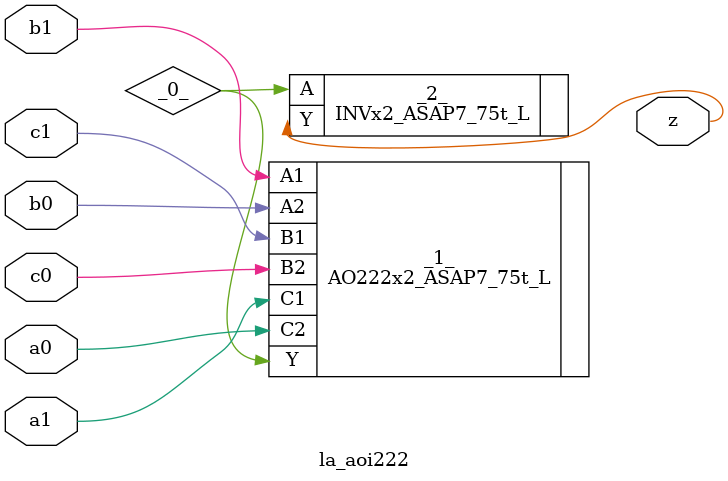
<source format=v>

/* Generated by Yosys 0.44 (git sha1 80ba43d26, g++ 11.4.0-1ubuntu1~22.04 -fPIC -O3) */

(* top =  1  *)
(* src = "generated" *)
(* keep_hierarchy *)
module la_aoi222 (
    a0,
    a1,
    b0,
    b1,
    c0,
    c1,
    z
);
  wire _0_;
  (* src = "generated" *)
  input a0;
  wire a0;
  (* src = "generated" *)
  input a1;
  wire a1;
  (* src = "generated" *)
  input b0;
  wire b0;
  (* src = "generated" *)
  input b1;
  wire b1;
  (* src = "generated" *)
  input c0;
  wire c0;
  (* src = "generated" *)
  input c1;
  wire c1;
  (* src = "generated" *)
  output z;
  wire z;
  AO222x2_ASAP7_75t_L _1_ (
      .A1(b1),
      .A2(b0),
      .B1(c1),
      .B2(c0),
      .C1(a1),
      .C2(a0),
      .Y (_0_)
  );
  INVx2_ASAP7_75t_L _2_ (
      .A(_0_),
      .Y(z)
  );
endmodule

</source>
